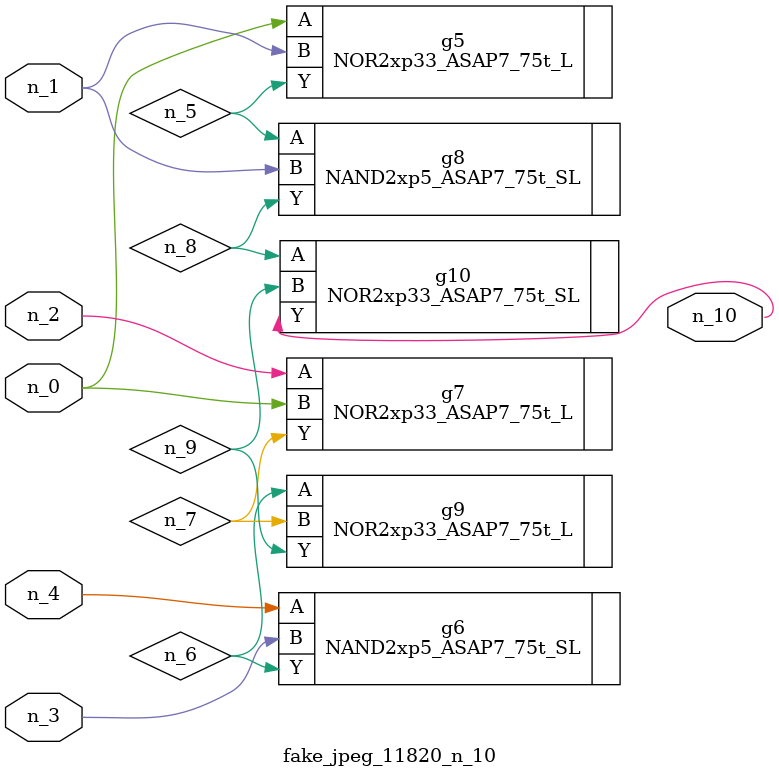
<source format=v>
module fake_jpeg_11820_n_10 (n_3, n_2, n_1, n_0, n_4, n_10);

input n_3;
input n_2;
input n_1;
input n_0;
input n_4;

output n_10;

wire n_8;
wire n_9;
wire n_6;
wire n_5;
wire n_7;

NOR2xp33_ASAP7_75t_L g5 ( 
.A(n_0),
.B(n_1),
.Y(n_5)
);

NAND2xp5_ASAP7_75t_SL g6 ( 
.A(n_4),
.B(n_3),
.Y(n_6)
);

NOR2xp33_ASAP7_75t_L g7 ( 
.A(n_2),
.B(n_0),
.Y(n_7)
);

NAND2xp5_ASAP7_75t_SL g8 ( 
.A(n_5),
.B(n_1),
.Y(n_8)
);

NOR2xp33_ASAP7_75t_SL g10 ( 
.A(n_8),
.B(n_9),
.Y(n_10)
);

NOR2xp33_ASAP7_75t_L g9 ( 
.A(n_6),
.B(n_7),
.Y(n_9)
);


endmodule
</source>
